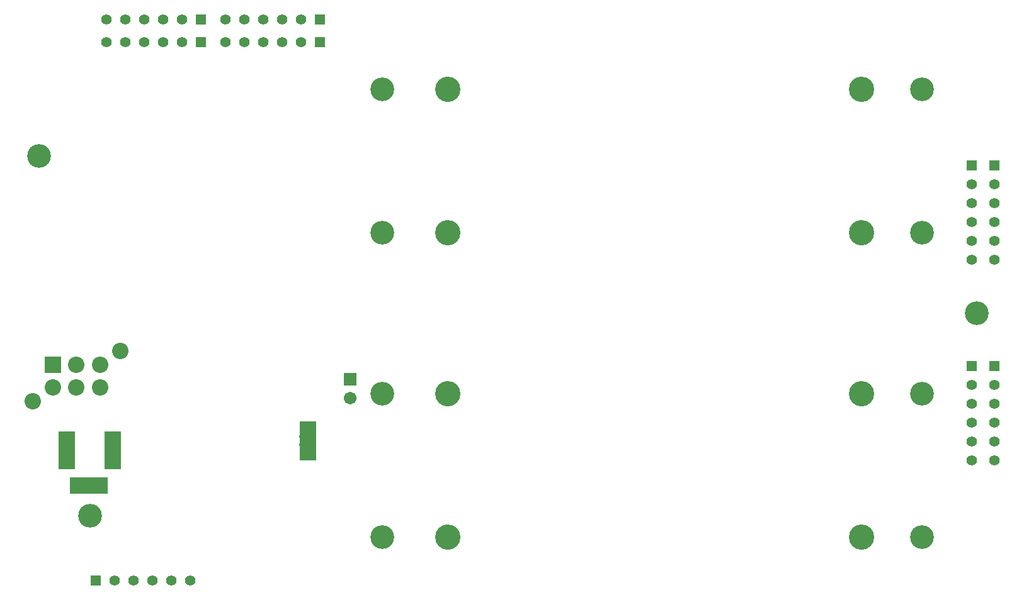
<source format=gbs>
G04*
G04 #@! TF.GenerationSoftware,Altium Limited,Altium Designer,24.5.2 (23)*
G04*
G04 Layer_Color=16711935*
%FSLAX25Y25*%
%MOIN*%
G70*
G04*
G04 #@! TF.SameCoordinates,1646B609-2809-411C-B8D0-1DAF10F5081F*
G04*
G04*
G04 #@! TF.FilePolarity,Negative*
G04*
G01*
G75*
%ADD60C,0.06706*%
%ADD61R,0.06706X0.06706*%
%ADD62C,0.12611*%
%ADD63C,0.13398*%
%ADD64R,0.20485X0.08674*%
%ADD65R,0.08674X0.20485*%
%ADD66C,0.05603*%
%ADD67R,0.05603X0.05603*%
%ADD68R,0.08674X0.08674*%
%ADD69C,0.08674*%
%ADD70R,0.05603X0.05603*%
%ADD71C,0.03556*%
G36*
X164567Y93307D02*
X155905D01*
Y113779D01*
X164567D01*
Y93307D01*
D02*
G37*
D60*
X182677Y126102D02*
D03*
D61*
Y136102D02*
D03*
D62*
X199803Y128543D02*
D03*
X485236D02*
D03*
Y52559D02*
D03*
X199803D02*
D03*
Y289961D02*
D03*
X485236D02*
D03*
Y213976D02*
D03*
X199803D02*
D03*
X44882Y63779D02*
D03*
X18110Y254331D02*
D03*
X514173Y171260D02*
D03*
D63*
X234409Y52559D02*
D03*
Y128543D02*
D03*
X453386Y52559D02*
D03*
Y128543D02*
D03*
X234409Y213976D02*
D03*
Y289961D02*
D03*
X453386Y213976D02*
D03*
Y289961D02*
D03*
D64*
X44488Y79921D02*
D03*
D65*
X32677Y98425D02*
D03*
X57087D02*
D03*
D66*
X97835Y29528D02*
D03*
X87835D02*
D03*
X77835D02*
D03*
X67835D02*
D03*
X57835D02*
D03*
X156732Y326772D02*
D03*
X146732D02*
D03*
X136732D02*
D03*
X126732D02*
D03*
X116732D02*
D03*
X156732Y314961D02*
D03*
X146732D02*
D03*
X136732D02*
D03*
X126732D02*
D03*
X116732D02*
D03*
X93740Y314961D02*
D03*
X83740D02*
D03*
X73740D02*
D03*
X63740D02*
D03*
X53740D02*
D03*
X93740Y326772D02*
D03*
X83740D02*
D03*
X73740D02*
D03*
X63740D02*
D03*
X53740D02*
D03*
X523622Y239409D02*
D03*
Y229410D02*
D03*
Y219409D02*
D03*
Y209409D02*
D03*
Y199409D02*
D03*
X511811Y239409D02*
D03*
Y229410D02*
D03*
Y219409D02*
D03*
Y209409D02*
D03*
Y199409D02*
D03*
X523622Y133110D02*
D03*
Y123110D02*
D03*
Y113110D02*
D03*
Y103110D02*
D03*
Y93110D02*
D03*
X511811Y133110D02*
D03*
Y123110D02*
D03*
Y113110D02*
D03*
Y103110D02*
D03*
Y93110D02*
D03*
D67*
X47835Y29528D02*
D03*
X166732Y326772D02*
D03*
Y314961D02*
D03*
X103740Y314961D02*
D03*
Y326772D02*
D03*
D68*
X25197Y143701D02*
D03*
D69*
X37795D02*
D03*
X50394D02*
D03*
X25197Y131890D02*
D03*
X37795D02*
D03*
X50394D02*
D03*
X61024Y151181D02*
D03*
X14567Y124409D02*
D03*
D70*
X523622Y249410D02*
D03*
X511811D02*
D03*
X523622Y143110D02*
D03*
X511811D02*
D03*
D71*
X157205Y101446D02*
D03*
X161535D02*
D03*
Y105777D02*
D03*
X157205D02*
D03*
M02*

</source>
